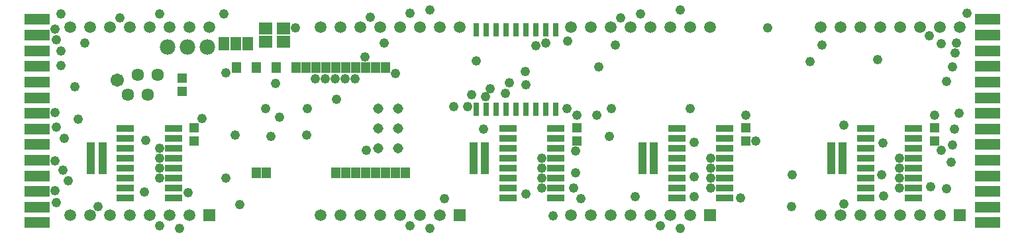
<source format=gts>
G75*
G70*
%OFA0B0*%
%FSLAX24Y24*%
%IPPOS*%
%LPD*%
%AMOC8*
5,1,8,0,0,1.08239X$1,22.5*
%
%ADD10R,0.0474X0.0552*%
%ADD11C,0.0516*%
%ADD12R,0.0480X0.0470*%
%ADD13C,0.0634*%
%ADD14C,0.0671*%
%ADD15R,0.0595X0.0595*%
%ADD16C,0.0595*%
%ADD17R,0.0395X0.0206*%
%ADD18R,0.1261X0.0552*%
%ADD19R,0.0316X0.0710*%
%ADD20R,0.0880X0.0340*%
%ADD21R,0.0474X0.0474*%
%ADD22R,0.0671X0.0592*%
%ADD23C,0.0780*%
%ADD24R,0.0540X0.0710*%
%ADD25C,0.0477*%
D10*
X012335Y004931D03*
X012835Y004931D03*
X016335Y004931D03*
X016835Y004931D03*
X017335Y004931D03*
X017835Y004931D03*
X018335Y004931D03*
X018835Y004931D03*
X019335Y004931D03*
X019835Y004931D03*
X018835Y010231D03*
X018335Y010231D03*
X017835Y010231D03*
X017335Y010231D03*
X016835Y010231D03*
X016335Y010231D03*
X015835Y010231D03*
X015335Y010231D03*
X014835Y010231D03*
X014335Y010231D03*
X013335Y010231D03*
X012335Y010231D03*
X011335Y010231D03*
D11*
X018485Y008154D03*
X019485Y008154D03*
X019485Y007154D03*
X018485Y007154D03*
X018485Y006154D03*
X019485Y006154D03*
D12*
X008615Y009029D03*
X008615Y009698D03*
D13*
X007365Y009864D03*
X006365Y009864D03*
X006865Y008864D03*
X005865Y008864D03*
D14*
X005355Y009585D03*
D15*
X009967Y002799D03*
X022565Y002799D03*
X035164Y002799D03*
X047762Y002799D03*
D16*
X046762Y002799D03*
X045762Y002799D03*
X044762Y002799D03*
X043762Y002799D03*
X042762Y002799D03*
X041762Y002799D03*
X040762Y002799D03*
X034164Y002799D03*
X033164Y002799D03*
X032164Y002799D03*
X031164Y002799D03*
X030164Y002799D03*
X029164Y002799D03*
X028164Y002799D03*
X021565Y002799D03*
X020565Y002799D03*
X019565Y002799D03*
X018565Y002799D03*
X017565Y002799D03*
X016565Y002799D03*
X015565Y002799D03*
X008967Y002799D03*
X007967Y002799D03*
X006967Y002799D03*
X005967Y002799D03*
X004967Y002799D03*
X003967Y002799D03*
X002967Y002799D03*
X002967Y012247D03*
X003967Y012247D03*
X004967Y012247D03*
X005967Y012247D03*
X006967Y012247D03*
X007967Y012247D03*
X008967Y012247D03*
X009967Y012247D03*
X015565Y012247D03*
X016565Y012247D03*
X017565Y012247D03*
X018565Y012247D03*
X019565Y012247D03*
X020565Y012247D03*
X021565Y012247D03*
X022565Y012247D03*
X028164Y012247D03*
X029164Y012247D03*
X030164Y012247D03*
X031164Y012247D03*
X032164Y012247D03*
X033164Y012247D03*
X034164Y012247D03*
X035164Y012247D03*
X040762Y012247D03*
X041762Y012247D03*
X042762Y012247D03*
X043762Y012247D03*
X044762Y012247D03*
X045762Y012247D03*
X046762Y012247D03*
X047762Y012247D03*
D17*
X041859Y006348D03*
X041859Y006151D03*
X041859Y005954D03*
X041268Y005954D03*
X041268Y006151D03*
X041268Y006348D03*
X041268Y005757D03*
X041268Y005561D03*
X041268Y005364D03*
X041859Y005364D03*
X041859Y005561D03*
X041859Y005757D03*
X041859Y005167D03*
X041859Y004970D03*
X041268Y004970D03*
X041268Y005167D03*
X032359Y005167D03*
X032359Y004970D03*
X031768Y004970D03*
X031768Y005167D03*
X031768Y005364D03*
X031768Y005561D03*
X031768Y005757D03*
X032359Y005757D03*
X032359Y005561D03*
X032359Y005364D03*
X032359Y005954D03*
X032359Y006151D03*
X032359Y006348D03*
X031768Y006348D03*
X031768Y006151D03*
X031768Y005954D03*
X023859Y005954D03*
X023859Y006151D03*
X023859Y006348D03*
X023268Y006348D03*
X023268Y006151D03*
X023268Y005954D03*
X023268Y005757D03*
X023268Y005561D03*
X023268Y005364D03*
X023859Y005364D03*
X023859Y005561D03*
X023859Y005757D03*
X023859Y005167D03*
X023859Y004970D03*
X023268Y004970D03*
X023268Y005167D03*
X004609Y005167D03*
X004609Y004970D03*
X004018Y004970D03*
X004018Y005167D03*
X004018Y005364D03*
X004018Y005561D03*
X004018Y005757D03*
X004018Y005954D03*
X004018Y006151D03*
X004018Y006348D03*
X004609Y006348D03*
X004609Y006151D03*
X004609Y005954D03*
X004609Y005757D03*
X004609Y005561D03*
X004609Y005364D03*
D18*
X001305Y005554D03*
X001305Y004767D03*
X001305Y003980D03*
X001305Y003192D03*
X001305Y002405D03*
X001305Y006342D03*
X001305Y007129D03*
X001305Y007917D03*
X001305Y008704D03*
X001305Y009491D03*
X001305Y010279D03*
X001305Y011066D03*
X001305Y011854D03*
X001305Y012641D03*
X049140Y012641D03*
X049140Y011854D03*
X049140Y011066D03*
X049140Y010279D03*
X049140Y009491D03*
X049140Y008704D03*
X049140Y007917D03*
X049140Y007129D03*
X049140Y006342D03*
X049140Y005554D03*
X049140Y004767D03*
X049140Y003980D03*
X049140Y003192D03*
X049140Y002405D03*
D19*
X027415Y008114D03*
X026915Y008114D03*
X026415Y008114D03*
X025915Y008114D03*
X025415Y008114D03*
X024915Y008114D03*
X024415Y008114D03*
X023915Y008114D03*
X023415Y008114D03*
X023415Y012114D03*
X023915Y012114D03*
X024415Y012114D03*
X024915Y012114D03*
X025415Y012114D03*
X025915Y012114D03*
X026415Y012114D03*
X026915Y012114D03*
X027415Y012114D03*
D20*
X027425Y007164D03*
X027425Y006664D03*
X027425Y006164D03*
X027425Y005664D03*
X027425Y005164D03*
X027425Y004664D03*
X027425Y004164D03*
X027425Y003664D03*
X025005Y003664D03*
X025005Y004164D03*
X025005Y004664D03*
X025005Y005164D03*
X025005Y005664D03*
X025005Y006164D03*
X025005Y006664D03*
X025005Y007164D03*
X033505Y007164D03*
X033505Y006664D03*
X033505Y006164D03*
X033505Y005664D03*
X033505Y005164D03*
X033505Y004664D03*
X033505Y004164D03*
X033505Y003664D03*
X035925Y003664D03*
X035925Y004164D03*
X035925Y004664D03*
X035925Y005164D03*
X035925Y005664D03*
X035925Y006164D03*
X035925Y006664D03*
X035925Y007164D03*
X043005Y007164D03*
X043005Y006664D03*
X043005Y006164D03*
X043005Y005664D03*
X043005Y005164D03*
X043005Y004664D03*
X043005Y004164D03*
X043005Y003664D03*
X045425Y003664D03*
X045425Y004164D03*
X045425Y004664D03*
X045425Y005164D03*
X045425Y005664D03*
X045425Y006164D03*
X045425Y006664D03*
X045425Y007164D03*
X008175Y007164D03*
X008175Y006664D03*
X008175Y006164D03*
X008175Y005664D03*
X008175Y005164D03*
X008175Y004664D03*
X008175Y004164D03*
X008175Y003664D03*
X005755Y003664D03*
X005755Y004164D03*
X005755Y004664D03*
X005755Y005164D03*
X005755Y005664D03*
X005755Y006164D03*
X005755Y006664D03*
X005755Y007164D03*
D21*
X009215Y007198D03*
X009215Y006529D03*
X028465Y006529D03*
X028465Y007198D03*
X036965Y007198D03*
X036965Y006529D03*
X046465Y006529D03*
X046465Y007198D03*
D22*
X013715Y011529D03*
X012815Y011529D03*
X012815Y012198D03*
X013715Y012198D03*
D23*
X009865Y011264D03*
X008865Y011264D03*
X007865Y011264D03*
D24*
X010715Y011414D03*
X011315Y011414D03*
X011915Y011414D03*
D25*
X007465Y002264D03*
X008465Y002114D03*
X011515Y003314D03*
X008915Y003914D03*
X006715Y003964D03*
X007465Y004664D03*
X007465Y005164D03*
X007465Y005664D03*
X007465Y006164D03*
X006765Y006564D03*
X009615Y007664D03*
X011265Y006814D03*
X013065Y006764D03*
X014865Y006814D03*
X017865Y006064D03*
X023765Y007114D03*
X022965Y008264D03*
X022265Y008264D03*
X023165Y008864D03*
X023865Y008764D03*
X024865Y008914D03*
X024115Y009164D03*
X025065Y009464D03*
X025915Y009364D03*
X025865Y010014D03*
X023415Y010564D03*
X026415Y011314D03*
X026915Y011464D03*
X028015Y011564D03*
X030415Y011364D03*
X029565Y010264D03*
X030215Y008164D03*
X029465Y007814D03*
X028465Y007814D03*
X027965Y008164D03*
X030115Y006764D03*
X028415Y006014D03*
X026715Y005664D03*
X026715Y005164D03*
X026715Y004664D03*
X026715Y004164D03*
X025915Y003864D03*
X028315Y004164D03*
X028665Y003614D03*
X031415Y003714D03*
X034365Y003714D03*
X035215Y004164D03*
X035215Y004664D03*
X034365Y004714D03*
X035215Y005164D03*
X035215Y005664D03*
X034365Y006464D03*
X037465Y006514D03*
X036965Y007814D03*
X034165Y008164D03*
X040215Y010514D03*
X040815Y011364D03*
X043615Y010614D03*
X046815Y011414D03*
X047565Y011464D03*
X046215Y011814D03*
X047515Y010964D03*
X047365Y010264D03*
X047065Y009514D03*
X047715Y007914D03*
X046465Y007814D03*
X047465Y007114D03*
X047365Y006314D03*
X046815Y006064D03*
X047315Y005464D03*
X044715Y005664D03*
X044715Y005164D03*
X043815Y004814D03*
X044715Y004664D03*
X044715Y004164D03*
X043915Y003764D03*
X041915Y003364D03*
X039265Y003214D03*
X036715Y003664D03*
X039315Y004814D03*
X043865Y006414D03*
X041915Y007314D03*
X046265Y004214D03*
X047065Y004114D03*
X033665Y002114D03*
X032665Y002264D03*
X027265Y002764D03*
X021815Y003614D03*
X020065Y002264D03*
X021065Y002114D03*
X028415Y004914D03*
X016365Y008614D03*
X014915Y008164D03*
X013515Y007714D03*
X012815Y008164D03*
X013315Y009414D03*
X015315Y009664D03*
X015815Y009664D03*
X016315Y009664D03*
X016815Y009664D03*
X017315Y009664D03*
X019352Y009914D03*
X017815Y010764D03*
X018765Y011464D03*
X014315Y012214D03*
X010715Y012914D03*
X007465Y012914D03*
X005465Y012714D03*
X002515Y012914D03*
X002215Y012164D03*
X002265Y011614D03*
X003715Y011464D03*
X002515Y011064D03*
X002515Y010314D03*
X003215Y009264D03*
X002215Y007964D03*
X003365Y007614D03*
X002265Y007214D03*
X002665Y006664D03*
X002215Y005514D03*
X002615Y005064D03*
X002865Y004514D03*
X002215Y004014D03*
X002265Y003414D03*
X004365Y003214D03*
X010815Y004664D03*
X010815Y009964D03*
X018065Y012764D03*
X020065Y012964D03*
X021065Y013114D03*
X030665Y012714D03*
X031665Y012914D03*
X033665Y013114D03*
X038065Y012214D03*
X048115Y012964D03*
M02*

</source>
